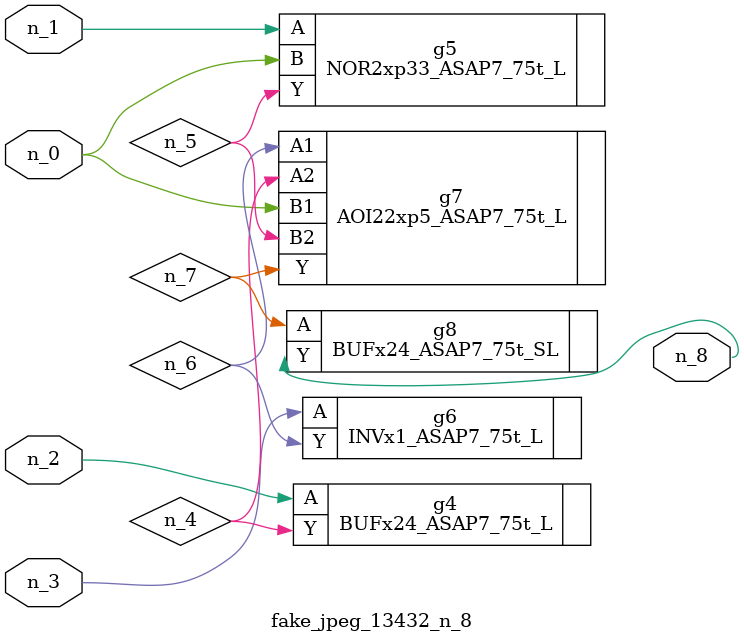
<source format=v>
module fake_jpeg_13432_n_8 (n_0, n_3, n_2, n_1, n_8);

input n_0;
input n_3;
input n_2;
input n_1;

output n_8;

wire n_4;
wire n_6;
wire n_5;
wire n_7;

BUFx24_ASAP7_75t_L g4 ( 
.A(n_2),
.Y(n_4)
);

NOR2xp33_ASAP7_75t_L g5 ( 
.A(n_1),
.B(n_0),
.Y(n_5)
);

INVx1_ASAP7_75t_L g6 ( 
.A(n_3),
.Y(n_6)
);

AOI22xp5_ASAP7_75t_L g7 ( 
.A1(n_6),
.A2(n_4),
.B1(n_0),
.B2(n_5),
.Y(n_7)
);

BUFx24_ASAP7_75t_SL g8 ( 
.A(n_7),
.Y(n_8)
);


endmodule
</source>
